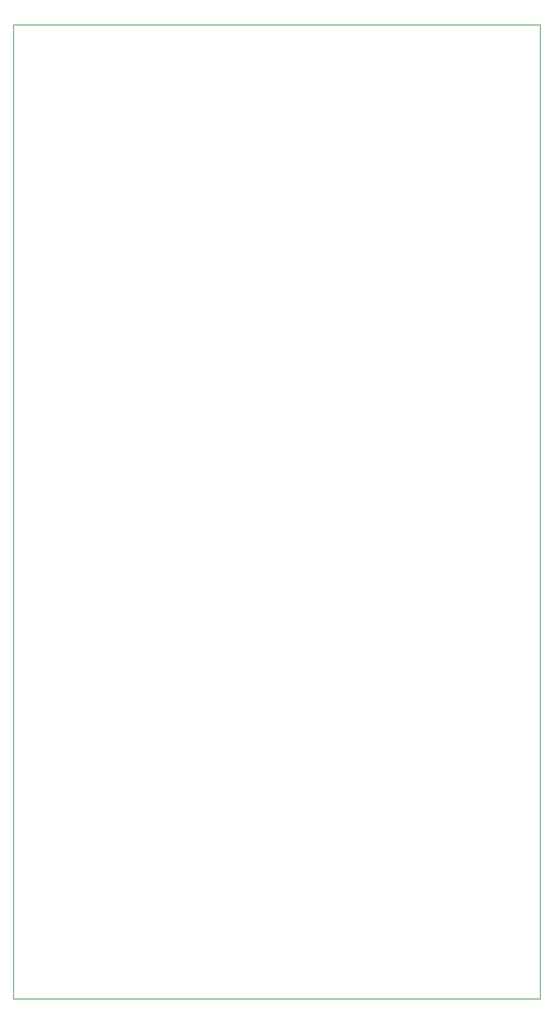
<source format=gbr>
%TF.GenerationSoftware,KiCad,Pcbnew,8.0.8*%
%TF.CreationDate,2025-05-01T13:08:28+01:00*%
%TF.ProjectId,VillardCascadingVoltageMultiplierSubcircuit,56696c6c-6172-4644-9361-73636164696e,rev?*%
%TF.SameCoordinates,Original*%
%TF.FileFunction,Profile,NP*%
%FSLAX46Y46*%
G04 Gerber Fmt 4.6, Leading zero omitted, Abs format (unit mm)*
G04 Created by KiCad (PCBNEW 8.0.8) date 2025-05-01 13:08:28*
%MOMM*%
%LPD*%
G01*
G04 APERTURE LIST*
%TA.AperFunction,Profile*%
%ADD10C,0.200000*%
%TD*%
G04 APERTURE END LIST*
D10*
X32000000Y-33500000D02*
X150000000Y-33500000D01*
X150000000Y-251500000D01*
X32000000Y-251500000D01*
X32000000Y-33500000D01*
M02*

</source>
